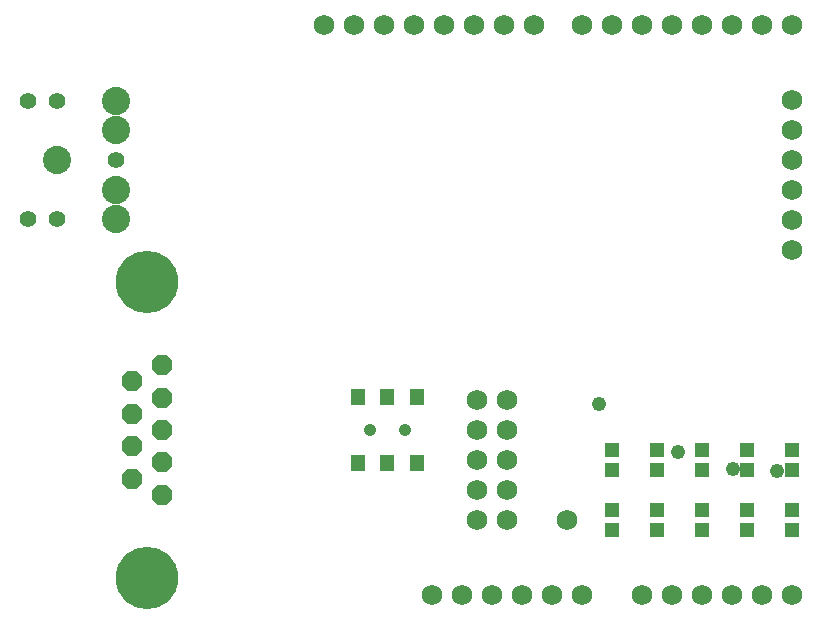
<source format=gts>
G75*
G70*
%OFA0B0*%
%FSLAX24Y24*%
%IPPOS*%
%LPD*%
%AMOC8*
5,1,8,0,0,1.08239X$1,22.5*
%
%ADD10OC8,0.0680*%
%ADD11C,0.2080*%
%ADD12C,0.0680*%
%ADD13R,0.0474X0.0513*%
%ADD14R,0.0474X0.0533*%
%ADD15C,0.0415*%
%ADD16C,0.0552*%
%ADD17C,0.0940*%
%ADD18C,0.0480*%
D10*
X006699Y005569D03*
X007699Y005029D03*
X007699Y006109D03*
X006699Y006649D03*
X007699Y007189D03*
X006699Y007729D03*
X007699Y008269D03*
X006699Y008809D03*
X007699Y009349D03*
D11*
X007199Y002259D03*
X007199Y012119D03*
D12*
X018199Y008189D03*
X019199Y008189D03*
X019199Y007189D03*
X018199Y007189D03*
X018199Y006189D03*
X019199Y006189D03*
X019199Y005189D03*
X018199Y005189D03*
X018199Y004189D03*
X019199Y004189D03*
X021199Y004189D03*
X021699Y001689D03*
X020699Y001689D03*
X019699Y001689D03*
X018699Y001689D03*
X017699Y001689D03*
X016699Y001689D03*
X023699Y001689D03*
X024699Y001689D03*
X025699Y001689D03*
X026699Y001689D03*
X027699Y001689D03*
X028699Y001689D03*
X028699Y013189D03*
X028699Y014189D03*
X028699Y015189D03*
X028699Y016189D03*
X028699Y017189D03*
X028699Y018189D03*
X028699Y020689D03*
X027699Y020689D03*
X026699Y020689D03*
X025699Y020689D03*
X024699Y020689D03*
X023699Y020689D03*
X022699Y020689D03*
X021699Y020689D03*
X020099Y020689D03*
X019099Y020689D03*
X018099Y020689D03*
X017099Y020689D03*
X016099Y020689D03*
X015099Y020689D03*
X014099Y020689D03*
X013099Y020689D03*
D13*
X022699Y006524D03*
X022699Y005855D03*
X024199Y005855D03*
X024199Y006524D03*
X025699Y006524D03*
X025699Y005855D03*
X027199Y005855D03*
X027199Y006524D03*
X028699Y006524D03*
X028699Y005855D03*
X028699Y004524D03*
X028699Y003855D03*
X027199Y003855D03*
X027199Y004524D03*
X025699Y004524D03*
X025699Y003855D03*
X024199Y003855D03*
X024199Y004524D03*
X022699Y004524D03*
X022699Y003855D03*
D14*
X016183Y006077D03*
X015199Y006077D03*
X014215Y006077D03*
X014215Y008301D03*
X015199Y008301D03*
X016183Y008301D03*
D15*
X015789Y007189D03*
X014608Y007189D03*
D16*
X004199Y014221D03*
X003215Y014221D03*
X006167Y016189D03*
X004199Y018158D03*
X003215Y018158D03*
D17*
X004199Y016189D03*
X006167Y015205D03*
X006167Y014221D03*
X006167Y017174D03*
X006167Y018158D03*
D18*
X022239Y008049D03*
X024879Y006449D03*
X026719Y005889D03*
X028179Y005829D03*
M02*

</source>
